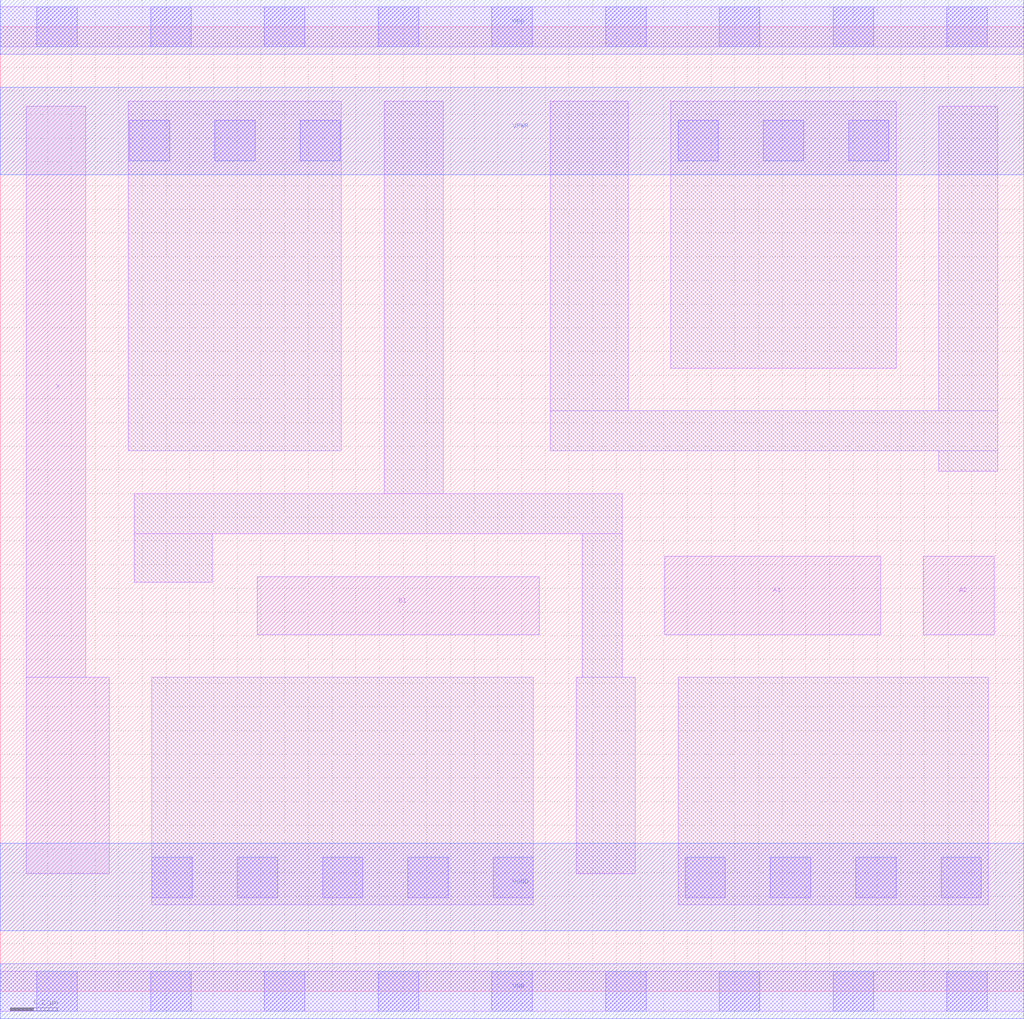
<source format=lef>
# Copyright 2020 The SkyWater PDK Authors
#
# Licensed under the Apache License, Version 2.0 (the "License");
# you may not use this file except in compliance with the License.
# You may obtain a copy of the License at
#
#     https://www.apache.org/licenses/LICENSE-2.0
#
# Unless required by applicable law or agreed to in writing, software
# distributed under the License is distributed on an "AS IS" BASIS,
# WITHOUT WARRANTIES OR CONDITIONS OF ANY KIND, either express or implied.
# See the License for the specific language governing permissions and
# limitations under the License.
#
# SPDX-License-Identifier: Apache-2.0

VERSION 5.5 ;
NAMESCASESENSITIVE ON ;
BUSBITCHARS "[]" ;
DIVIDERCHAR "/" ;
MACRO sky130_fd_sc_hvl__a21o_1
  CLASS CORE ;
  SOURCE USER ;
  ORIGIN  0.000000  0.000000 ;
  SIZE  4.320000 BY  4.070000 ;
  SYMMETRY X Y ;
  SITE unithv ;
  PIN A1
    ANTENNAGATEAREA  1.125000 ;
    DIRECTION INPUT ;
    USE SIGNAL ;
    PORT
      LAYER li1 ;
        RECT 2.805000 1.505000 3.715000 1.835000 ;
    END
  END A1
  PIN A2
    ANTENNAGATEAREA  1.125000 ;
    DIRECTION INPUT ;
    USE SIGNAL ;
    PORT
      LAYER li1 ;
        RECT 3.895000 1.505000 4.195000 1.835000 ;
    END
  END A2
  PIN B1
    ANTENNAGATEAREA  1.125000 ;
    DIRECTION INPUT ;
    USE SIGNAL ;
    PORT
      LAYER li1 ;
        RECT 1.085000 1.505000 2.275000 1.750000 ;
    END
  END B1
  PIN X
    ANTENNADIFFAREA  0.611250 ;
    DIRECTION OUTPUT ;
    USE SIGNAL ;
    PORT
      LAYER li1 ;
        RECT 0.110000 0.495000 0.460000 1.325000 ;
        RECT 0.110000 1.325000 0.360000 3.735000 ;
    END
  END X
  PIN VGND
    DIRECTION INOUT ;
    USE GROUND ;
    PORT
      LAYER met1 ;
        RECT 0.000000 0.255000 4.320000 0.625000 ;
    END
  END VGND
  PIN VNB
    DIRECTION INOUT ;
    USE GROUND ;
    PORT
      LAYER met1 ;
        RECT 0.000000 -0.115000 4.320000 0.115000 ;
    END
  END VNB
  PIN VPB
    DIRECTION INOUT ;
    USE POWER ;
    PORT
      LAYER met1 ;
        RECT 0.000000 3.955000 4.320000 4.185000 ;
    END
  END VPB
  PIN VPWR
    DIRECTION INOUT ;
    USE POWER ;
    PORT
      LAYER met1 ;
        RECT 0.000000 3.445000 4.320000 3.815000 ;
    END
  END VPWR
  OBS
    LAYER li1 ;
      RECT 0.000000 -0.085000 4.320000 0.085000 ;
      RECT 0.000000  3.985000 4.320000 4.155000 ;
      RECT 0.540000  2.280000 1.440000 3.755000 ;
      RECT 0.565000  1.725000 0.895000 1.930000 ;
      RECT 0.565000  1.930000 2.625000 2.100000 ;
      RECT 0.640000  0.365000 2.250000 1.325000 ;
      RECT 1.620000  2.100000 1.870000 3.755000 ;
      RECT 2.320000  2.280000 4.210000 2.450000 ;
      RECT 2.320000  2.450000 2.650000 3.755000 ;
      RECT 2.430000  0.495000 2.680000 1.325000 ;
      RECT 2.455000  1.325000 2.625000 1.930000 ;
      RECT 2.830000  2.630000 3.780000 3.755000 ;
      RECT 2.860000  0.365000 4.170000 1.325000 ;
      RECT 3.960000  2.195000 4.210000 2.280000 ;
      RECT 3.960000  2.450000 4.210000 3.735000 ;
    LAYER mcon ;
      RECT 0.155000 -0.085000 0.325000 0.085000 ;
      RECT 0.155000 -0.085000 0.325000 0.085000 ;
      RECT 0.155000  3.985000 0.325000 4.155000 ;
      RECT 0.155000  3.985000 0.325000 4.155000 ;
      RECT 0.545000  3.505000 0.715000 3.675000 ;
      RECT 0.635000 -0.085000 0.805000 0.085000 ;
      RECT 0.635000 -0.085000 0.805000 0.085000 ;
      RECT 0.635000  3.985000 0.805000 4.155000 ;
      RECT 0.635000  3.985000 0.805000 4.155000 ;
      RECT 0.640000  0.395000 0.810000 0.565000 ;
      RECT 0.905000  3.505000 1.075000 3.675000 ;
      RECT 1.000000  0.395000 1.170000 0.565000 ;
      RECT 1.115000 -0.085000 1.285000 0.085000 ;
      RECT 1.115000 -0.085000 1.285000 0.085000 ;
      RECT 1.115000  3.985000 1.285000 4.155000 ;
      RECT 1.115000  3.985000 1.285000 4.155000 ;
      RECT 1.265000  3.505000 1.435000 3.675000 ;
      RECT 1.360000  0.395000 1.530000 0.565000 ;
      RECT 1.595000 -0.085000 1.765000 0.085000 ;
      RECT 1.595000 -0.085000 1.765000 0.085000 ;
      RECT 1.595000  3.985000 1.765000 4.155000 ;
      RECT 1.595000  3.985000 1.765000 4.155000 ;
      RECT 1.720000  0.395000 1.890000 0.565000 ;
      RECT 2.075000 -0.085000 2.245000 0.085000 ;
      RECT 2.075000 -0.085000 2.245000 0.085000 ;
      RECT 2.075000  3.985000 2.245000 4.155000 ;
      RECT 2.075000  3.985000 2.245000 4.155000 ;
      RECT 2.080000  0.395000 2.250000 0.565000 ;
      RECT 2.555000 -0.085000 2.725000 0.085000 ;
      RECT 2.555000 -0.085000 2.725000 0.085000 ;
      RECT 2.555000  3.985000 2.725000 4.155000 ;
      RECT 2.555000  3.985000 2.725000 4.155000 ;
      RECT 2.860000  3.505000 3.030000 3.675000 ;
      RECT 2.890000  0.395000 3.060000 0.565000 ;
      RECT 3.035000 -0.085000 3.205000 0.085000 ;
      RECT 3.035000 -0.085000 3.205000 0.085000 ;
      RECT 3.035000  3.985000 3.205000 4.155000 ;
      RECT 3.035000  3.985000 3.205000 4.155000 ;
      RECT 3.220000  3.505000 3.390000 3.675000 ;
      RECT 3.250000  0.395000 3.420000 0.565000 ;
      RECT 3.515000 -0.085000 3.685000 0.085000 ;
      RECT 3.515000 -0.085000 3.685000 0.085000 ;
      RECT 3.515000  3.985000 3.685000 4.155000 ;
      RECT 3.515000  3.985000 3.685000 4.155000 ;
      RECT 3.580000  3.505000 3.750000 3.675000 ;
      RECT 3.610000  0.395000 3.780000 0.565000 ;
      RECT 3.970000  0.395000 4.140000 0.565000 ;
      RECT 3.995000 -0.085000 4.165000 0.085000 ;
      RECT 3.995000 -0.085000 4.165000 0.085000 ;
      RECT 3.995000  3.985000 4.165000 4.155000 ;
      RECT 3.995000  3.985000 4.165000 4.155000 ;
  END
END sky130_fd_sc_hvl__a21o_1

</source>
